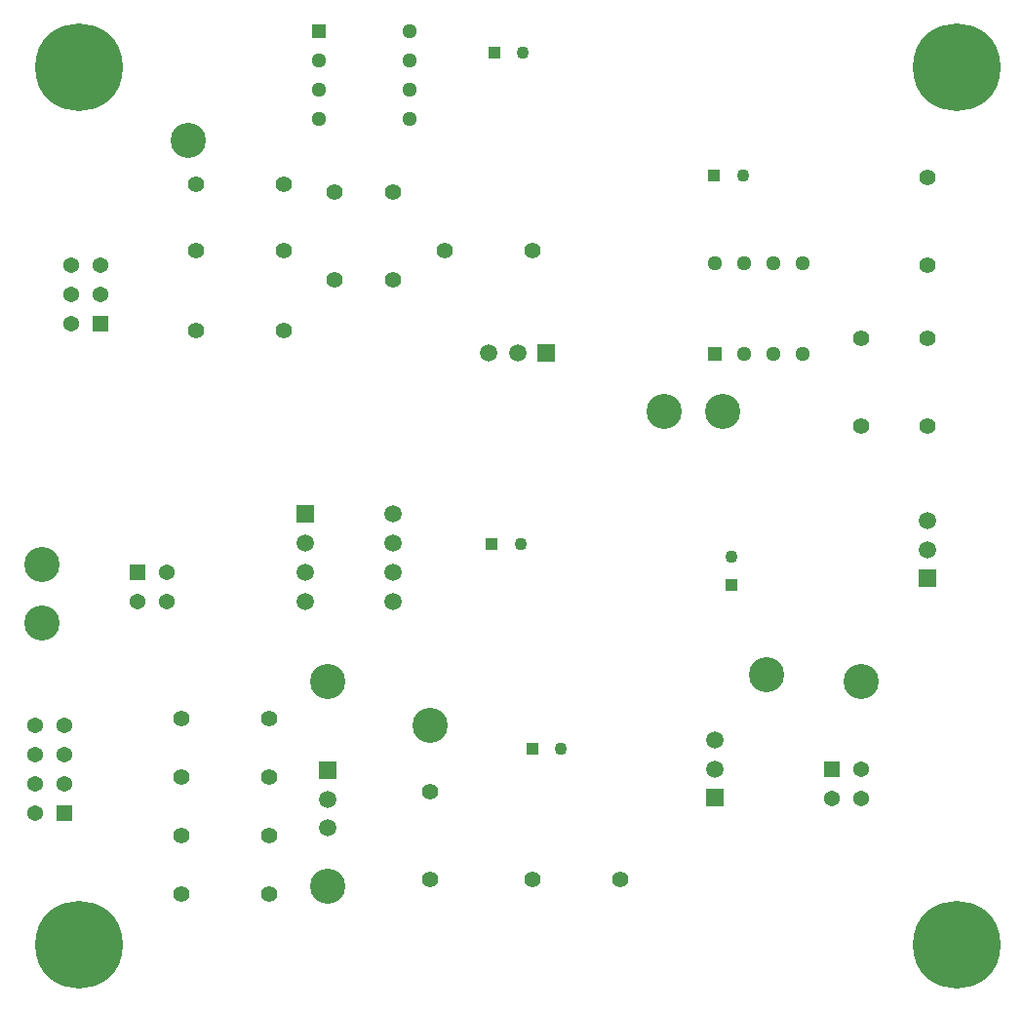
<source format=gbr>
G04 Layer_Color=255*
%FSLAX23Y23*%
%MOIN*%
%TF.FileFunction,Pads,Bot*%
%TF.Part,Single*%
G01*
G75*
%TA.AperFunction,ViaPad*%
%ADD13C,0.300*%
%ADD14C,0.120*%
%TA.AperFunction,ComponentPad*%
%ADD15R,0.043X0.043*%
%ADD16C,0.043*%
%ADD17R,0.043X0.043*%
%ADD18C,0.055*%
%ADD19C,0.059*%
%ADD20R,0.059X0.059*%
%ADD21C,0.054*%
%ADD22R,0.054X0.054*%
%ADD23R,0.059X0.059*%
%ADD24C,0.051*%
%ADD25R,0.051X0.051*%
%ADD26C,0.059*%
%ADD27R,0.059X0.059*%
%ADD28R,0.051X0.051*%
D13*
X1250Y1250D02*
D03*
X4250D02*
D03*
Y4250D02*
D03*
X1250D02*
D03*
D14*
X2100Y1450D02*
D03*
X2450Y2000D02*
D03*
X2100Y2150D02*
D03*
X1125Y2550D02*
D03*
Y2350D02*
D03*
X1625Y4000D02*
D03*
X3250Y3075D02*
D03*
X3450D02*
D03*
X3600Y2175D02*
D03*
X3925Y2150D02*
D03*
D15*
X2662Y2620D02*
D03*
X2800Y1920D02*
D03*
X3422Y3880D02*
D03*
X2671Y4300D02*
D03*
D16*
X2760Y2620D02*
D03*
X2898Y1920D02*
D03*
X3480Y2578D02*
D03*
X3520Y3880D02*
D03*
X2769Y4300D02*
D03*
D17*
X3480Y2480D02*
D03*
D18*
X1600Y1425D02*
D03*
Y1625D02*
D03*
Y1825D02*
D03*
Y2025D02*
D03*
X1900Y1825D02*
D03*
Y1625D02*
D03*
Y1425D02*
D03*
X2450Y1475D02*
D03*
Y1775D02*
D03*
X2800Y1475D02*
D03*
X3100D02*
D03*
X1900Y2025D02*
D03*
X1950Y3350D02*
D03*
X2125Y3525D02*
D03*
X2325D02*
D03*
X2500Y3625D02*
D03*
X2325Y3825D02*
D03*
X2125D02*
D03*
X1950Y3850D02*
D03*
Y3625D02*
D03*
X1650Y3850D02*
D03*
Y3625D02*
D03*
Y3350D02*
D03*
X2800Y3625D02*
D03*
X3925Y3025D02*
D03*
X4150D02*
D03*
Y3325D02*
D03*
Y3575D02*
D03*
X3925Y3325D02*
D03*
X4150Y3875D02*
D03*
D19*
X2100Y1650D02*
D03*
Y1748D02*
D03*
X3425Y1852D02*
D03*
Y1950D02*
D03*
X4150Y2602D02*
D03*
Y2700D02*
D03*
X2750Y3275D02*
D03*
X2652D02*
D03*
D20*
X2100Y1847D02*
D03*
X3425Y1753D02*
D03*
X4150Y2503D02*
D03*
D21*
X1100Y1700D02*
D03*
X1200Y1800D02*
D03*
Y1900D02*
D03*
Y2000D02*
D03*
X1100D02*
D03*
Y1900D02*
D03*
Y1800D02*
D03*
X1550Y2425D02*
D03*
Y2525D02*
D03*
X1450Y2425D02*
D03*
X1225Y3375D02*
D03*
X1325Y3475D02*
D03*
Y3575D02*
D03*
X1225D02*
D03*
Y3475D02*
D03*
X3825Y1750D02*
D03*
X3925D02*
D03*
Y1850D02*
D03*
D22*
X1200Y1700D02*
D03*
X1450Y2525D02*
D03*
X1325Y3375D02*
D03*
X3825Y1850D02*
D03*
D23*
X2848Y3275D02*
D03*
D24*
X3525Y3270D02*
D03*
X3625D02*
D03*
X3725D02*
D03*
Y3580D02*
D03*
X3625D02*
D03*
X3525D02*
D03*
X3425D02*
D03*
X2380Y4375D02*
D03*
Y4275D02*
D03*
Y4175D02*
D03*
Y4075D02*
D03*
X2070Y4275D02*
D03*
Y4175D02*
D03*
Y4075D02*
D03*
D25*
X2070Y4375D02*
D03*
D26*
X2325Y2425D02*
D03*
Y2525D02*
D03*
Y2625D02*
D03*
Y2725D02*
D03*
X2025Y2625D02*
D03*
Y2525D02*
D03*
Y2425D02*
D03*
D27*
X2025Y2725D02*
D03*
D28*
X3425Y3270D02*
D03*
%TF.MD5,7e08e5e378cc435a4f88f558e28fc398*%
M02*

</source>
